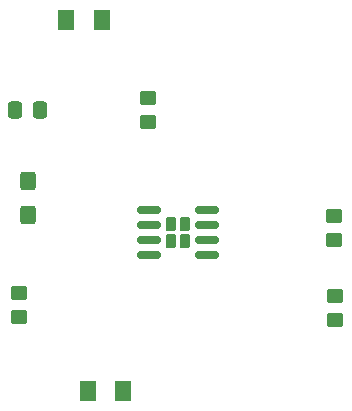
<source format=gbr>
%TF.GenerationSoftware,KiCad,Pcbnew,(6.0.10)*%
%TF.CreationDate,2023-02-16T14:40:30-08:00*%
%TF.ProjectId,Lab 4 555 timer,4c616220-3420-4353-9535-2074696d6572,rev?*%
%TF.SameCoordinates,Original*%
%TF.FileFunction,Paste,Top*%
%TF.FilePolarity,Positive*%
%FSLAX46Y46*%
G04 Gerber Fmt 4.6, Leading zero omitted, Abs format (unit mm)*
G04 Created by KiCad (PCBNEW (6.0.10)) date 2023-02-16 14:40:30*
%MOMM*%
%LPD*%
G01*
G04 APERTURE LIST*
G04 Aperture macros list*
%AMRoundRect*
0 Rectangle with rounded corners*
0 $1 Rounding radius*
0 $2 $3 $4 $5 $6 $7 $8 $9 X,Y pos of 4 corners*
0 Add a 4 corners polygon primitive as box body*
4,1,4,$2,$3,$4,$5,$6,$7,$8,$9,$2,$3,0*
0 Add four circle primitives for the rounded corners*
1,1,$1+$1,$2,$3*
1,1,$1+$1,$4,$5*
1,1,$1+$1,$6,$7*
1,1,$1+$1,$8,$9*
0 Add four rect primitives between the rounded corners*
20,1,$1+$1,$2,$3,$4,$5,0*
20,1,$1+$1,$4,$5,$6,$7,0*
20,1,$1+$1,$6,$7,$8,$9,0*
20,1,$1+$1,$8,$9,$2,$3,0*%
G04 Aperture macros list end*
%ADD10RoundRect,0.250001X-0.462499X-0.624999X0.462499X-0.624999X0.462499X0.624999X-0.462499X0.624999X0*%
%ADD11RoundRect,0.250000X-0.450000X0.350000X-0.450000X-0.350000X0.450000X-0.350000X0.450000X0.350000X0*%
%ADD12RoundRect,0.250000X0.450000X-0.350000X0.450000X0.350000X-0.450000X0.350000X-0.450000X-0.350000X0*%
%ADD13RoundRect,0.230000X-0.230000X-0.375000X0.230000X-0.375000X0.230000X0.375000X-0.230000X0.375000X0*%
%ADD14RoundRect,0.150000X-0.825000X-0.150000X0.825000X-0.150000X0.825000X0.150000X-0.825000X0.150000X0*%
%ADD15RoundRect,0.250000X0.425000X-0.537500X0.425000X0.537500X-0.425000X0.537500X-0.425000X-0.537500X0*%
%ADD16RoundRect,0.250000X0.337500X0.475000X-0.337500X0.475000X-0.337500X-0.475000X0.337500X-0.475000X0*%
G04 APERTURE END LIST*
D10*
%TO.C,D2*%
X135372500Y-63500000D03*
X138347500Y-63500000D03*
%TD*%
D11*
%TO.C,R1*%
X158040000Y-80130000D03*
X158040000Y-82130000D03*
%TD*%
D12*
%TO.C,R3*%
X131350000Y-88672936D03*
X131350000Y-86672936D03*
%TD*%
D13*
%TO.C,U1*%
X144240000Y-80750000D03*
X145380000Y-82250000D03*
X144240000Y-82250000D03*
X145380000Y-80750000D03*
D14*
X142335000Y-79595000D03*
X142335000Y-80865000D03*
X142335000Y-82135000D03*
X142335000Y-83405000D03*
X147285000Y-83405000D03*
X147285000Y-82135000D03*
X147285000Y-80865000D03*
X147285000Y-79595000D03*
%TD*%
D15*
%TO.C,C1*%
X132075000Y-80002500D03*
X132075000Y-77127500D03*
%TD*%
D10*
%TO.C,D1*%
X137225000Y-94917500D03*
X140200000Y-94917500D03*
%TD*%
D16*
%TO.C,C2*%
X133117500Y-71120000D03*
X131042500Y-71120000D03*
%TD*%
D11*
%TO.C,R2*%
X158145000Y-86900000D03*
X158145000Y-88900000D03*
%TD*%
D12*
%TO.C,R4*%
X142240000Y-72120000D03*
X142240000Y-70120000D03*
%TD*%
M02*

</source>
